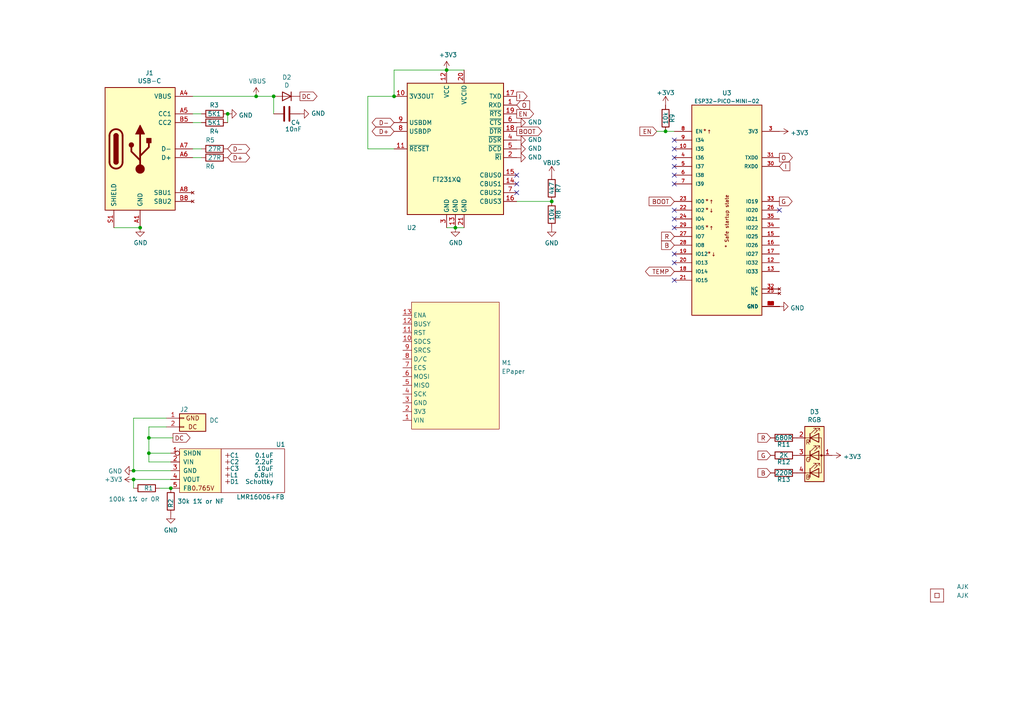
<source format=kicad_sch>
(kicad_sch (version 20211123) (generator eeschema)
  (paper "A4")
  (title_block (title "1.54\" epaper display board") (date "${DATE}") (rev "1") (company "Adrian Kennard / Andrews & Arnold Ltd") (comment 1 "@TheRealRevK") (comment 2 "www.me.uk"))
  (lib_symbols
    (symbol "Device:C" (pin_numbers hide) (pin_names (offset 0.254))
      (property "Reference" "C" (at 0.635 2.54 0))
      (property "Value" "C" (at 0.635 -2.54 0))
      (symbol "C_0_1"
        (polyline (pts (xy -2.032 -0.762) (xy 2.032 -0.762)) (stroke (width 0.508)))
        (polyline (pts (xy -2.032 0.762) (xy 2.032 0.762)) (stroke (width 0.508)))
      )
      (symbol "C_1_1"
        (pin passive line (at 0 3.81 270) (length 2.794) (name "~") (number "1"))
        (pin passive line (at 0 -3.81 90) (length 2.794) (name "~") (number "2"))
      )
    )
    (symbol "Device:D" (pin_numbers hide) (pin_names (offset 1.016) hide)
      (property "Reference" "D" (at 0 2.54 0))
      (property "Value" "D" (at 0 -2.54 0))
      (symbol "D_0_1"
        (polyline (pts (xy -1.27 1.27) (xy -1.27 -1.27)) (stroke (width 0.254)))
        (polyline (pts (xy 1.27 0) (xy -1.27 0)))
        (polyline (pts (xy 1.27 1.27) (xy 1.27 -1.27) (xy -1.27 0) (xy 1.27 1.27)) (stroke (width 0.254)))
      )
      (symbol "D_1_1"
        (pin passive line (at -3.81 0 0) (length 2.54) (name "K") (number "1"))
        (pin passive line (at 3.81 0 180) (length 2.54) (name "A") (number "2"))
      )
    )
    (symbol "Device:LED_ARGB" (pin_names (offset 0) hide)
      (property "Reference" "D" (at 0 9.398 0))
      (property "Value" "LED_ARGB" (at 0 -8.89 0))
      (symbol "LED_ARGB_0_0"
        (text "B" (at -1.905 -6.35 0) (effects (font (size 1.27 1.27))))
        (text "G" (at -1.905 -1.27 0) (effects (font (size 1.27 1.27))))
        (text "R" (at -1.905 3.81 0) (effects (font (size 1.27 1.27))))
      )
      (symbol "LED_ARGB_0_1"
        (polyline (pts (xy -1.27 -5.08) (xy -2.54 -5.08)))
        (polyline (pts (xy -1.27 -5.08) (xy 1.27 -5.08)))
        (polyline (pts (xy -1.27 -3.81) (xy -1.27 -6.35)) (stroke (width 0.254)))
        (polyline (pts (xy -1.27 0) (xy -2.54 0)))
        (polyline (pts (xy -1.27 1.27) (xy -1.27 -1.27)) (stroke (width 0.254)))
        (polyline (pts (xy -1.27 5.08) (xy -2.54 5.08)))
        (polyline (pts (xy -1.27 5.08) (xy 1.27 5.08)))
        (polyline (pts (xy -1.27 6.35) (xy -1.27 3.81)) (stroke (width 0.254)))
        (polyline (pts (xy 1.27 0) (xy -1.27 0)))
        (polyline (pts (xy 1.27 0) (xy 2.54 0)))
        (polyline (pts (xy -1.27 1.27) (xy -1.27 -1.27) (xy -1.27 -1.27)))
        (polyline (pts (xy -1.27 6.35) (xy -1.27 3.81) (xy -1.27 3.81)))
        (polyline (pts (xy 1.27 -5.08) (xy 2.032 -5.08) (xy 2.032 5.08) (xy 1.27 5.08)))
        (polyline (pts (xy 1.27 -3.81) (xy 1.27 -6.35) (xy -1.27 -5.08) (xy 1.27 -3.81)) (stroke (width 0.254)))
        (polyline (pts (xy 1.27 1.27) (xy 1.27 -1.27) (xy -1.27 0) (xy 1.27 1.27)) (stroke (width 0.254)))
        (polyline (pts (xy 1.27 6.35) (xy 1.27 3.81) (xy -1.27 5.08) (xy 1.27 6.35)) (stroke (width 0.254)))
        (polyline (pts (xy -1.016 -3.81) (xy 0.508 -2.286) (xy -0.254 -2.286) (xy 0.508 -2.286) (xy 0.508 -3.048)))
        (polyline (pts (xy -1.016 1.27) (xy 0.508 2.794) (xy -0.254 2.794) (xy 0.508 2.794) (xy 0.508 2.032)))
        (polyline (pts (xy -1.016 6.35) (xy 0.508 7.874) (xy -0.254 7.874) (xy 0.508 7.874) (xy 0.508 7.112)))
        (polyline (pts (xy 0 -3.81) (xy 1.524 -2.286) (xy 0.762 -2.286) (xy 1.524 -2.286) (xy 1.524 -3.048)))
        (polyline (pts (xy 0 1.27) (xy 1.524 2.794) (xy 0.762 2.794) (xy 1.524 2.794) (xy 1.524 2.032)))
        (polyline (pts (xy 0 6.35) (xy 1.524 7.874) (xy 0.762 7.874) (xy 1.524 7.874) (xy 1.524 7.112)))
        (rectangle (start 1.27 -1.27) (end 1.27 1.27))
        (rectangle (start 1.27 1.27) (end 1.27 1.27))
        (rectangle (start 1.27 3.81) (end 1.27 6.35))
        (rectangle (start 1.27 6.35) (end 1.27 6.35))
        (circle (center 2.032 0) (radius 0.254) (fill (type outline)))
        (rectangle (start 2.794 8.382) (end -2.794 -7.62) (stroke (width 0.254)) (fill (type background)))
      )
      (symbol "LED_ARGB_1_1"
        (pin passive line (at 5.08 0 180) (length 2.54) (name "A") (number "1"))
        (pin passive line (at -5.08 5.08 0) (length 2.54) (name "RK") (number "2"))
        (pin passive line (at -5.08 0 0) (length 2.54) (name "GK") (number "3"))
        (pin passive line (at -5.08 -5.08 0) (length 2.54) (name "BK") (number "4"))
      )
    )
    (symbol "Device:R" (pin_numbers hide) (pin_names (offset 0))
      (property "Reference" "R" (at 2.032 0 90))
      (property "Value" "R" (at 0 0 90))
      (symbol "R_0_1"
        (rectangle (start -1.016 -2.54) (end 1.016 2.54) (stroke (width 0.254)))
      )
      (symbol "R_1_1"
        (pin passive line (at 0 3.81 270) (length 1.27) (name "~") (number "1"))
        (pin passive line (at 0 -3.81 90) (length 1.27) (name "~") (number "2"))
      )
    )
    (symbol "RevK:AJK" (pin_names (offset 1.016)) (in_bom no)
      (property "Value" "AJK" (at 0 0 0))
    )
    (symbol "RevK:EPaper"
      (property "Reference" "M" (at 24.13 1.27 0))
      (property "Value" "EPaper" (at 24.13 34.29 0))
      (symbol "EPaper_0_1"
        (rectangle (start 0 36.83) (end 25.4 0) (stroke (width 0.1524)) (fill (type background)))
      )
      (symbol "EPaper_1_1"
        (pin power_in line (at -2.54 2.54 0) (length 2.54) (name "VIN") (number "1"))
        (pin input line (at -2.54 25.4 0) (length 2.54) (name "SDCS") (number "10"))
        (pin input line (at -2.54 27.94 0) (length 2.54) (name "RST") (number "11"))
        (pin output line (at -2.54 30.48 0) (length 2.54) (name "BUSY") (number "12"))
        (pin input line (at -2.54 33.02 0) (length 2.54) (name "ENA") (number "13"))
        (pin power_in line (at -2.54 5.08 0) (length 2.54) (name "3V3") (number "2"))
        (pin power_in line (at -2.54 7.62 0) (length 2.54) (name "GND") (number "3"))
        (pin input line (at -2.54 10.16 0) (length 2.54) (name "SCK") (number "4"))
        (pin output line (at -2.54 12.7 0) (length 2.54) (name "MISO") (number "5"))
        (pin input line (at -2.54 15.24 0) (length 2.54) (name "MOSI") (number "6"))
        (pin input line (at -2.54 17.78 0) (length 2.54) (name "ECS") (number "7"))
        (pin input line (at -2.54 20.32 0) (length 2.54) (name "D/C") (number "8"))
        (pin input line (at -2.54 22.86 0) (length 2.54) (name "SRCS") (number "9"))
      )
    )
    (symbol "RevK:ESP32-PICO-MINI-02" (pin_names (offset 1.016))
      (property "Reference" "U" (at -10.16 -33.02 0))
      (property "Value" "ESP32-PICO-MINI-02" (at 0 27.94 0))
      (symbol "ESP32-PICO-MINI-02_0_0"
        (rectangle (start -10.16 -30.48) (end 10.16 30.48) (stroke (width 0.254)) (fill (type background)))
        (text "* Safe startup state" (at 0 -3.175 900) (effects (font (size 1 1))))
        (text "*↑" (at -6.985 22.86 0) (effects (font (size 1.27 1.27)) (justify left)))
        (text "*↑" (at -6.35 -5.08 0) (effects (font (size 1.27 1.27)) (justify left)))
        (text "*↑" (at -6.35 2.54 0) (effects (font (size 1.27 1.27)) (justify left)))
        (text "*↓" (at -6.35 0 0) (effects (font (size 1.27 1.27)) (justify left)))
        (text "*↓" (at -5.715 -12.7 0) (effects (font (size 1.27 1.27)) (justify left)))
        (pin power_in line (at 15.24 -27.94 180) (length 5.08) (name "GND") (number "1"))
        (pin input line (at -15.24 17.78 0) (length 5.08) (name "I35") (number "10"))
        (pin power_in line (at 15.24 -27.94 180) (length 5.08) (name "GND") (number "11"))
        (pin bidirectional line (at 15.24 -15.24 180) (length 5.08) (name "IO32") (number "12"))
        (pin bidirectional line (at 15.24 -17.78 180) (length 5.08) (name "IO33") (number "13"))
        (pin power_in line (at 15.24 -27.94 180) (length 5.08) (name "GND") (number "14"))
        (pin bidirectional line (at 15.24 -7.62 180) (length 5.08) (name "IO25") (number "15"))
        (pin bidirectional line (at 15.24 -10.16 180) (length 5.08) (name "IO26") (number "16"))
        (pin bidirectional line (at 15.24 -12.7 180) (length 5.08) (name "IO27") (number "17"))
        (pin bidirectional line (at -15.24 -17.78 0) (length 5.08) (name "IO14") (number "18"))
        (pin bidirectional line (at -15.24 -12.7 0) (length 5.08) (name "IO12") (number "19"))
        (pin power_in line (at 15.24 -27.94 180) (length 5.08) (name "GND") (number "2"))
        (pin bidirectional line (at -15.24 -15.24 0) (length 5.08) (name "IO13") (number "20"))
        (pin bidirectional line (at -15.24 -20.32 0) (length 5.08) (name "IO15") (number "21"))
        (pin bidirectional line (at -15.24 0 0) (length 5.08) (name "IO2") (number "22"))
        (pin bidirectional line (at -15.24 2.54 0) (length 5.08) (name "IO0") (number "23"))
        (pin bidirectional line (at -15.24 -2.54 0) (length 5.08) (name "IO4") (number "24"))
        (pin no_connect line (at 15.24 -24.13 180) (length 5.08) (name "NC") (number "25"))
        (pin bidirectional line (at 15.24 0 180) (length 5.08) (name "IO20") (number "26"))
        (pin bidirectional line (at -15.24 -7.62 0) (length 5.08) (name "IO7") (number "27"))
        (pin bidirectional line (at -15.24 -10.16 0) (length 5.08) (name "IO8") (number "28"))
        (pin bidirectional line (at -15.24 -5.08 0) (length 5.08) (name "IO5") (number "29"))
        (pin power_in line (at 15.24 22.86 180) (length 5.08) (name "3V3") (number "3"))
        (pin bidirectional line (at 15.24 12.7 180) (length 5.08) (name "RXD0") (number "30"))
        (pin bidirectional line (at 15.24 15.24 180) (length 5.08) (name "TXD0") (number "31"))
        (pin no_connect line (at 15.24 -22.86 180) (length 5.08) (name "NC") (number "32"))
        (pin bidirectional line (at 15.24 2.54 180) (length 5.08) (name "IO19") (number "33"))
        (pin bidirectional line (at 15.24 -5.08 180) (length 5.08) (name "IO22") (number "34"))
        (pin bidirectional line (at 15.24 -2.54 180) (length 5.08) (name "IO21") (number "35"))
        (pin power_in line (at 15.24 -27.94 180) (length 5.08) (name "GND") (number "36"))
        (pin power_in line (at 15.24 -27.94 180) (length 5.08) (name "GND") (number "37"))
        (pin power_in line (at 15.24 -27.94 180) (length 5.08) (name "GND") (number "38"))
        (pin power_in line (at 15.24 -27.94 180) (length 5.08) (name "GND") (number "39"))
        (pin input line (at -15.24 15.24 0) (length 5.08) (name "I36") (number "4"))
        (pin power_in line (at 15.24 -27.94 180) (length 5.08) (name "GND") (number "40"))
        (pin power_in line (at 15.24 -27.94 180) (length 5.08) (name "GND") (number "41"))
        (pin power_in line (at 15.24 -27.94 180) (length 5.08) (name "GND") (number "42"))
        (pin power_in line (at 15.24 -27.94 180) (length 5.08) (name "GND") (number "43"))
        (pin power_in line (at 15.24 -27.94 180) (length 5.08) (name "GND") (number "44"))
        (pin power_in line (at 15.24 -27.94 180) (length 5.08) (name "GND") (number "45"))
        (pin power_in line (at 15.24 -27.94 180) (length 5.08) (name "GND") (number "46"))
        (pin power_in line (at 15.24 -27.94 180) (length 5.08) (name "GND") (number "47"))
        (pin power_in line (at 15.24 -27.94 180) (length 5.08) (name "GND") (number "48"))
        (pin power_in line (at 15.24 -27.94 180) (length 5.08) (name "GND") (number "49"))
        (pin input line (at -15.24 12.7 0) (length 5.08) (name "I37") (number "5"))
        (pin power_in line (at 15.24 -27.94 180) (length 5.08) (name "GND") (number "50"))
        (pin power_in line (at 15.24 -27.94 180) (length 5.08) (name "GND") (number "51"))
        (pin power_in line (at 15.24 -27.94 180) (length 5.08) (name "GND") (number "52"))
        (pin power_in line (at 15.24 -27.94 180) (length 5.08) (name "GND") (number "53"))
        (pin input line (at -15.24 10.16 0) (length 5.08) (name "I38") (number "6"))
        (pin input line (at -15.24 7.62 0) (length 5.08) (name "I39") (number "7"))
        (pin input line (at -15.24 22.86 0) (length 5.08) (name "EN") (number "8"))
        (pin input line (at -15.24 20.32 0) (length 5.08) (name "I34") (number "9"))
      )
    )
    (symbol "RevK:FT231XQ"
      (property "Reference" "U" (at -13.97 20.32 0))
      (property "Value" "FT231XQ" (at 6.35 20.32 0))
      (symbol "FT231XQ_0_1"
        (rectangle (start -13.97 19.05) (end 13.97 -19.05) (stroke (width 0.254)) (fill (type background)))
      )
      (symbol "FT231XQ_1_1"
        (pin input line (at 17.78 12.7 180) (length 3.81) (name "RXD") (number "1"))
        (pin passive line (at -17.78 15.24 0) (length 3.81) (name "3V3OUT") (number "10"))
        (pin input line (at -17.78 0 0) (length 3.81) (name "~{RESET}") (number "11"))
        (pin power_in line (at -2.54 22.86 270) (length 3.81) (name "VCC") (number "12"))
        (pin power_in line (at 0 -22.86 90) (length 3.81) (name "GND") (number "13"))
        (pin bidirectional line (at 17.78 -10.16 180) (length 3.81) (name "CBUS1") (number "14"))
        (pin bidirectional line (at 17.78 -7.62 180) (length 3.81) (name "CBUS0") (number "15"))
        (pin bidirectional line (at 17.78 -15.24 180) (length 3.81) (name "CBUS3") (number "16"))
        (pin output line (at 17.78 15.24 180) (length 3.81) (name "TXD") (number "17"))
        (pin output line (at 17.78 5.08 180) (length 3.81) (name "~{DTR}") (number "18"))
        (pin output line (at 17.78 10.16 180) (length 3.81) (name "~{RTS}") (number "19"))
        (pin input line (at 17.78 -2.54 180) (length 3.81) (name "~{RI}") (number "2"))
        (pin power_in line (at 2.54 22.86 270) (length 3.81) (name "VCCIO") (number "20"))
        (pin power_in line (at 2.54 -22.86 90) (length 3.81) (name "GND") (number "21"))
        (pin power_in line (at -2.54 -22.86 90) (length 3.81) (name "GND") (number "3"))
        (pin input line (at 17.78 2.54 180) (length 3.81) (name "~{DSR}") (number "4"))
        (pin input line (at 17.78 0 180) (length 3.81) (name "~{DCD}") (number "5"))
        (pin input line (at 17.78 7.62 180) (length 3.81) (name "~{CTS}") (number "6"))
        (pin bidirectional line (at 17.78 -12.7 180) (length 3.81) (name "CBUS2") (number "7"))
        (pin bidirectional line (at -17.78 5.08 0) (length 3.81) (name "USBDP") (number "8"))
        (pin bidirectional line (at -17.78 7.62 0) (length 3.81) (name "USBDM") (number "9"))
      )
    )
    (symbol "RevK:Hidden" (pin_names (offset 1.016))
      (property "Reference" "Z" (at 0.635 0 0))
      (property "Value" "Hidden" (at 4.445 0 0))
      (symbol "Hidden_0_1"
        (polyline (pts (xy -0.635 0) (xy 0.635 0)) (stroke (width 0.1524)))
        (polyline (pts (xy 0 0.635) (xy 0 -0.635)) (stroke (width 0.1524)))
      )
      (symbol "Hidden_1_1"
        (pin no_connect non_logic (at 0 -2.54 90) (length 2.54) hide (name "~") (number "~"))
      )
    )
    (symbol "RevK:LMR16006+FB" (pin_names (offset 1.016))
      (property "Reference" "U" (at 11.43 2.54 0))
      (property "Value" "LMR16006+FB" (at 7.62 -12.7 0))
      (symbol "LMR16006+FB_0_0"
        (rectangle (start 2.54 1.27) (end 14.605 -11.43) (fill (type background)))
        (text "0.765V" (at 12.7 -10.16 0) (effects (font (size 1.27 1.27)) (justify right)))
      )
      (symbol "LMR16006+FB_0_1"
        (rectangle (start 14.605 1.27) (end 33.02 -11.43))
      )
      (symbol "LMR16006+FB_1_1"
        (pin input inverted (at 0 0 0) (length 2.54) (name "SHDN") (number "1"))
        (pin power_in line (at 0 -2.54 0) (length 2.54) (name "VIN") (number "2"))
        (pin power_in line (at 0 -5.08 0) (length 2.54) (name "GND") (number "3"))
        (pin power_out line (at 0 -7.62 0) (length 2.54) (name "VOUT") (number "4"))
        (pin passive line (at 0 -10.16 0) (length 2.54) (name "FB") (number "5"))
      )
    )
    (symbol "RevK:PowerIn" (pin_names (offset 1.016) hide)
      (property "Reference" "J" (at 0 2.54 0))
      (property "Value" "PowerIn" (at 2.54 -5.08 0))
      (symbol "PowerIn_0_0"
        (text "DC" (at 2.54 -2.54 0) (effects (font (size 1.27 1.27))))
        (text "GND" (at 2.54 0 0) (effects (font (size 1.27 1.27))))
      )
      (symbol "PowerIn_1_1"
        (rectangle (start -1.27 -2.413) (end 0 -2.667) (stroke (width 0.1524)))
        (rectangle (start -1.27 0.127) (end 0 -0.127) (stroke (width 0.1524)))
        (rectangle (start -1.27 1.27) (end 6.35 -3.81) (stroke (width 0.254)) (fill (type background)))
        (pin power_in line (at -5.08 0 0) (length 3.81) (name "GND") (number "1"))
        (pin power_out line (at -5.08 -2.54 0) (length 3.81) (name "DC") (number "2"))
      )
    )
    (symbol "RevK:QR" (pin_names (offset 1.016)) (in_bom no)
      (symbol "QR_0_1"
        (rectangle (start -1.905 -1.905) (end -1.905 1.905))
        (rectangle (start -1.905 1.905) (end 1.905 1.905))
        (rectangle (start -0.635 -0.635) (end -0.635 0.635))
        (rectangle (start -0.635 0.635) (end 0.635 0.635))
        (rectangle (start 0.635 -0.635) (end -0.635 -0.635))
        (rectangle (start 0.635 0.635) (end 0.635 -0.635))
        (rectangle (start 1.905 -1.905) (end -1.905 -1.905))
        (rectangle (start 1.905 1.905) (end 1.905 -1.905))
      )
    )
    (symbol "RevK:USB-C" (pin_names (offset 1.016))
      (property "Reference" "J" (at -10.16 19.05 0))
      (property "Value" "USB-C" (at -7.62 15.24 0))
      (symbol "USB-C_0_1"
        (rectangle (start -10.16 17.78) (end 10.16 -17.78) (stroke (width 0.254)) (fill (type background)))
        (arc (start -8.89 -3.81) (mid -6.985 -5.715) (end -5.08 -3.81) (stroke (width 0.508)))
        (arc (start -7.62 -3.81) (mid -6.985 -4.445) (end -6.35 -3.81) (stroke (width 0.254)))
        (arc (start -7.62 -3.81) (mid -6.985 -4.445) (end -6.35 -3.81) (stroke (width 0.254)) (fill (type outline)))
        (rectangle (start -7.62 -3.81) (end -6.35 3.81) (stroke (width 0.254)) (fill (type outline)))
        (arc (start -6.35 3.81) (mid -6.985 4.445) (end -7.62 3.81) (stroke (width 0.254)))
        (arc (start -6.35 3.81) (mid -6.985 4.445) (end -7.62 3.81) (stroke (width 0.254)) (fill (type outline)))
        (arc (start -5.08 3.81) (mid -6.985 5.715) (end -8.89 3.81) (stroke (width 0.508)))
        (circle (center -2.54 1.143) (radius 0.635) (stroke (width 0.254)) (fill (type outline)))
        (circle (center 0 -5.842) (radius 1.27) (fill (type outline)))
        (polyline (pts (xy -8.89 -3.81) (xy -8.89 3.81)) (stroke (width 0.508)))
        (polyline (pts (xy -5.08 3.81) (xy -5.08 -3.81)) (stroke (width 0.508)))
        (polyline (pts (xy 0 -5.842) (xy 0 4.318)) (stroke (width 0.508)))
        (polyline (pts (xy 0 -3.302) (xy -2.54 -0.762) (xy -2.54 0.508)) (stroke (width 0.508)))
        (polyline (pts (xy 0 -2.032) (xy 2.54 0.508) (xy 2.54 1.778)) (stroke (width 0.508)))
        (polyline (pts (xy -1.27 4.318) (xy 0 6.858) (xy 1.27 4.318) (xy -1.27 4.318)) (stroke (width 0.254)) (fill (type outline)))
        (rectangle (start 1.905 1.778) (end 3.175 3.048) (stroke (width 0.254)) (fill (type outline)))
      )
      (symbol "USB-C_1_1"
        (pin power_out line (at 0 -22.86 90) (length 5.08) (name "GND") (number "A1"))
        (pin passive line (at 0 -22.86 90) (length 5.08) hide (name "GND") (number "A12"))
        (pin power_out line (at 15.24 15.24 180) (length 5.08) (name "VBUS") (number "A4"))
        (pin bidirectional line (at 15.24 10.16 180) (length 5.08) (name "CC1") (number "A5"))
        (pin bidirectional line (at 15.24 -2.54 180) (length 5.08) (name "D+") (number "A6"))
        (pin bidirectional line (at 15.24 0 180) (length 5.08) (name "D-") (number "A7"))
        (pin no_connect line (at 15.24 -12.7 180) (length 5.08) (name "SBU1") (number "A8"))
        (pin passive line (at 15.24 15.24 180) (length 5.08) hide (name "VBUS") (number "A9"))
        (pin passive line (at 0 -22.86 90) (length 5.08) hide (name "GND") (number "B1"))
        (pin passive line (at 0 -22.86 90) (length 5.08) hide (name "GND") (number "B12"))
        (pin passive line (at 15.24 15.24 180) (length 5.08) hide (name "VBUS") (number "B4"))
        (pin bidirectional line (at 15.24 7.62 180) (length 5.08) (name "CC2") (number "B5"))
        (pin bidirectional line (at 15.24 -2.54 180) (length 5.08) hide (name "D+") (number "B6"))
        (pin bidirectional line (at 15.24 0 180) (length 5.08) hide (name "D-") (number "B7"))
        (pin no_connect line (at 15.24 -15.24 180) (length 5.08) (name "SBU2") (number "B8"))
        (pin passive line (at 15.24 15.24 180) (length 5.08) hide (name "VBUS") (number "B9"))
        (pin passive line (at -7.62 -22.86 90) (length 5.08) (name "SHIELD") (number "S1"))
      )
    )
    (symbol "power:+3.3V" (power) (pin_names (offset 0))
      (property "Value" "+3.3V" (at 0 3.556 0))
      (symbol "+3.3V_0_1"
        (polyline (pts (xy -0.762 1.27) (xy 0 2.54)))
        (polyline (pts (xy 0 0) (xy 0 2.54)))
        (polyline (pts (xy 0 2.54) (xy 0.762 1.27)))
      )
      (symbol "+3.3V_1_1"
        (pin power_in line (at 0 0 90) (length 0) hide (name "+3V3") (number "1"))
      )
    )
    (symbol "power:+3V3" (power) (pin_names (offset 0))
      (property "Value" "+3V3" (at 0 3.556 0))
      (symbol "+3V3_0_1"
        (polyline (pts (xy -0.762 1.27) (xy 0 2.54)))
        (polyline (pts (xy 0 0) (xy 0 2.54)))
        (polyline (pts (xy 0 2.54) (xy 0.762 1.27)))
      )
      (symbol "+3V3_1_1"
        (pin power_in line (at 0 0 90) (length 0) hide (name "+3V3") (number "1"))
      )
    )
    (symbol "power:GND" (power) (pin_names (offset 0))
      (property "Value" "GND" (at 0 -3.81 0))
      (symbol "GND_0_1"
        (polyline (pts (xy 0 0) (xy 0 -1.27) (xy 1.27 -1.27) (xy 0 -2.54) (xy -1.27 -1.27) (xy 0 -1.27)))
      )
      (symbol "GND_1_1"
        (pin power_in line (at 0 0 270) (length 0) hide (name "GND") (number "1"))
      )
    )
    (symbol "power:VBUS" (power) (pin_names (offset 0))
      (property "Value" "VBUS" (at 0 3.81 0))
      (symbol "VBUS_0_1"
        (polyline (pts (xy -0.762 1.27) (xy 0 2.54)))
        (polyline (pts (xy 0 0) (xy 0 2.54)))
        (polyline (pts (xy 0 2.54) (xy 0.762 1.27)))
      )
      (symbol "VBUS_1_1"
        (pin power_in line (at 0 0 90) (length 0) hide (name "VBUS") (number "1"))
      )
    )
  )
  (junction (at 160.02 58.42))
  (junction (at 129.54 20.32))
  (junction (at 43.18 131.445))
  (junction (at 193.04 38.1))
  (junction (at 114.3 27.94))
  (junction (at 74.295 27.94))
  (junction (at 132.08 66.04))
  (junction (at 43.18 127))
  (junction (at 49.53 141.605))
  (junction (at 38.735 139.065))
  (junction (at 66.04 33.02))
  (junction (at 40.64 66.04))
  (junction (at 79.375 27.94))
  (junction (at 38.735 136.525))
  (no_connect (at 149.86 55.88))
  (no_connect (at 149.86 50.8))
  (no_connect (at 149.86 53.34))
  (no_connect (at 195.58 76.2))
  (no_connect (at 195.58 81.28))
  (no_connect (at 226.06 60.96))
  (no_connect (at 195.58 48.26))
  (no_connect (at 195.58 45.72))
  (no_connect (at 195.58 43.18))
  (no_connect (at 195.58 53.34))
  (no_connect (at 195.58 50.8))
  (no_connect (at 195.58 40.64))
  (no_connect (at 195.58 60.96))
  (no_connect (at 195.58 66.04))
  (no_connect (at 195.58 73.66))
  (no_connect (at 195.58 63.5))
  (wire (pts (xy 55.88 33.02) (xy 58.42 33.02)))
  (wire (pts (xy 55.88 27.94) (xy 74.295 27.94)))
  (wire (pts (xy 66.04 33.02) (xy 66.04 35.56)))
  (wire (pts (xy 38.735 136.525) (xy 49.53 136.525)))
  (wire (pts (xy 106.68 27.94) (xy 106.68 43.18)))
  (wire (pts (xy 79.375 27.94) (xy 79.375 33.02)))
  (wire (pts (xy 55.88 45.72) (xy 58.42 45.72)))
  (wire (pts (xy 193.04 38.1) (xy 195.58 38.1)))
  (wire (pts (xy 38.735 139.065) (xy 49.53 139.065)))
  (wire (pts (xy 43.18 127) (xy 50.165 127)))
  (wire (pts (xy 114.3 27.94) (xy 106.68 27.94)))
  (wire (pts (xy 33.02 66.04) (xy 40.64 66.04)))
  (wire (pts (xy 46.355 141.605) (xy 49.53 141.605)))
  (wire (pts (xy 106.68 43.18) (xy 114.3 43.18)))
  (wire (pts (xy 43.18 123.825) (xy 43.18 127)))
  (wire (pts (xy 48.26 123.825) (xy 43.18 123.825)))
  (wire (pts (xy 55.88 35.56) (xy 58.42 35.56)))
  (wire (pts (xy 74.295 27.94) (xy 79.375 27.94)))
  (wire (pts (xy 43.18 127) (xy 43.18 131.445)))
  (wire (pts (xy 114.3 20.32) (xy 129.54 20.32)))
  (wire (pts (xy 55.88 43.18) (xy 58.42 43.18)))
  (wire (pts (xy 114.3 27.94) (xy 114.3 20.32)))
  (wire (pts (xy 43.18 133.985) (xy 49.53 133.985)))
  (wire (pts (xy 38.735 121.285) (xy 48.26 121.285)))
  (wire (pts (xy 129.54 20.32) (xy 134.62 20.32)))
  (wire (pts (xy 43.18 131.445) (xy 49.53 131.445)))
  (wire (pts (xy 38.735 136.525) (xy 38.735 121.285)))
  (wire (pts (xy 38.735 139.065) (xy 38.735 141.605)))
  (wire (pts (xy 149.86 58.42) (xy 160.02 58.42)))
  (wire (pts (xy 129.54 66.04) (xy 132.08 66.04)))
  (wire (pts (xy 190.5 38.1) (xy 193.04 38.1)))
  (wire (pts (xy 43.18 131.445) (xy 43.18 133.985)))
  (wire (pts (xy 132.08 66.04) (xy 134.62 66.04)))
  (global_label "B" (shape input) (at 195.58 71.12 180) (property "Intersheet References" "${INTERSHEET_REFS}" (effects hide)))
  (global_label "D+" (shape bidirectional) (at 114.3 38.1 180) (property "Intersheet References" "${INTERSHEET_REFS}" (effects hide)))
  (global_label "BOOT" (shape input) (at 195.58 58.42 180) (property "Intersheet References" "${INTERSHEET_REFS}" (effects hide)))
  (global_label "I" (shape input) (at 226.06 48.26 0) (property "Intersheet References" "${INTERSHEET_REFS}" (effects hide)))
  (global_label "TEMP" (shape bidirectional) (at 195.58 78.74 180) (property "Intersheet References" "${INTERSHEET_REFS}" (effects hide)))
  (global_label "D-" (shape bidirectional) (at 66.04 43.18 0) (property "Intersheet References" "${INTERSHEET_REFS}" (effects hide)))
  (global_label "B" (shape input) (at 223.52 137.16 180) (property "Intersheet References" "${INTERSHEET_REFS}" (effects hide)))
  (global_label "EN" (shape output) (at 149.86 33.02 0) (property "Intersheet References" "${INTERSHEET_REFS}" (effects hide)))
  (global_label "G" (shape input) (at 223.52 132.08 180) (property "Intersheet References" "${INTERSHEET_REFS}" (effects hide)))
  (global_label "DC" (shape output) (at 86.995 27.94 0) (property "Intersheet References" "${INTERSHEET_REFS}" (effects hide)))
  (global_label "DC" (shape output) (at 50.165 127 0) (property "Intersheet References" "${INTERSHEET_REFS}" (effects hide)))
  (global_label "I" (shape output) (at 149.86 27.94 0) (property "Intersheet References" "${INTERSHEET_REFS}" (effects hide)))
  (global_label "BOOT" (shape output) (at 149.86 38.1 0) (property "Intersheet References" "${INTERSHEET_REFS}" (effects hide)))
  (global_label "D-" (shape bidirectional) (at 114.3 35.56 180) (property "Intersheet References" "${INTERSHEET_REFS}" (effects hide)))
  (global_label "R" (shape input) (at 195.58 68.58 180) (property "Intersheet References" "${INTERSHEET_REFS}" (effects hide)))
  (global_label "G" (shape output) (at 226.06 58.42 0) (property "Intersheet References" "${INTERSHEET_REFS}" (effects hide)))
  (global_label "EN" (shape input) (at 190.5 38.1 180) (property "Intersheet References" "${INTERSHEET_REFS}" (effects hide)))
  (global_label "R" (shape input) (at 223.52 127 180) (property "Intersheet References" "${INTERSHEET_REFS}" (effects hide)))
  (global_label "O" (shape input) (at 149.86 30.48 0) (property "Intersheet References" "${INTERSHEET_REFS}" (effects hide)))
  (global_label "D+" (shape bidirectional) (at 66.04 45.72 0) (property "Intersheet References" "${INTERSHEET_REFS}" (effects hide)))
  (global_label "O" (shape output) (at 226.06 45.72 0) (property "Intersheet References" "${INTERSHEET_REFS}" (effects hide)))
  (symbol (lib_id "RevK:USB-C") (at 40.64 43.18 0) (unit 1)
    (property "Reference" "J1" (at 43.3578 21.1582 0))
    (property "Value" "USB-C" (at 43.3578 23.4696 0))
    (property "Footprint" "RevK:USC16-TR-Round" (effects hide))
    (property "Datasheet" "https://www.usb.org/sites/default/files/documents/usb_type-c.zip" (effects hide))
  )
  (symbol (lib_id "power:GND") (at 40.64 66.04 0) (unit 1)
    (property "Reference" "#PWR03" (effects hide))
    (property "Value" "GND" (at 40.767 70.4342 0))
  )
  (symbol (lib_id "power:+3V3") (at 129.54 20.32 0) (unit 1)
    (property "Reference" "#PWR08" (effects hide))
    (property "Value" "+3V3" (at 129.921 15.9258 0))
  )
  (symbol (lib_id "Device:R") (at 62.23 35.56 90) (unit 1)
    (property "Reference" "R4" (at 63.5 38.1 90) (effects (justify left)))
    (property "Value" "5K1" (at 64.135 35.56 90) (effects (justify left)))
    (property "Footprint" "RevK:R_0603" (effects hide))
  )
  (symbol (lib_id "Device:R") (at 62.23 33.02 90) (unit 1)
    (property "Reference" "R3" (at 63.5 30.48 90) (effects (justify left)))
    (property "Value" "5K1" (at 64.135 33.02 90) (effects (justify left)))
    (property "Footprint" "RevK:R_0603" (effects hide))
  )
  (symbol (lib_id "RevK:AJK") (at 276.86 172.72 0) (unit 1) (in_bom no)
    (property "Reference" "Logo2" (effects hide))
    (property "Value" "AJK" (at 277.495 172.72 0) (effects (justify left)))
    (property "Footprint" "RevK:AJK" (effects hide))
    (property "Note" "Non part, PCB printed" (effects hide))
  )
  (symbol (lib_id "RevK:FT231XQ") (at 132.08 43.18 0) (unit 1)
    (property "Reference" "U2" (at 119.38 66.04 0))
    (property "Value" "FT231XQ" (at 129.54 52.07 0))
    (property "Footprint" "RevK:QFN-20-1EP_4x4mm_P0.5mm_EP2.5x2.5mm" (effects hide))
    (property "Datasheet" "https://www.ftdichip.com/Support/Documents/DataSheets/ICs/DS_FT231X.pdf" (effects hide))
  )
  (symbol (lib_id "power:GND") (at 149.86 35.56 90) (unit 1)
    (property "Reference" "#PWR010" (effects hide))
    (property "Value" "GND" (at 153.1112 35.433 90) (effects (justify right)))
  )
  (symbol (lib_id "power:GND") (at 149.86 40.64 90) (unit 1)
    (property "Reference" "#PWR011" (effects hide))
    (property "Value" "GND" (at 153.1112 40.513 90) (effects (justify right)))
  )
  (symbol (lib_id "power:GND") (at 149.86 43.18 90) (unit 1)
    (property "Reference" "#PWR012" (effects hide))
    (property "Value" "GND" (at 153.1112 43.053 90) (effects (justify right)))
  )
  (symbol (lib_id "power:GND") (at 149.86 45.72 90) (unit 1)
    (property "Reference" "#PWR013" (effects hide))
    (property "Value" "GND" (at 153.1112 45.593 90) (effects (justify right)))
  )
  (symbol (lib_id "power:GND") (at 132.08 66.04 0) (unit 1)
    (property "Reference" "#PWR09" (effects hide))
    (property "Value" "GND" (at 132.207 70.4342 0))
  )
  (symbol (lib_id "Device:R") (at 227.33 137.16 270) (unit 1)
    (property "Reference" "R13" (at 227.33 139.065 90))
    (property "Value" "220R" (at 227.33 137.16 90))
    (property "Footprint" "RevK:R_0603" (effects hide))
  )
  (symbol (lib_id "power:+3.3V") (at 241.3 132.08 270) (unit 1)
    (property "Reference" "#PWR022" (effects hide))
    (property "Value" "+3.3V" (at 244.5512 132.461 90) (effects (justify left)))
  )
  (symbol (lib_id "Device:LED_ARGB") (at 236.22 132.08 0) (unit 1)
    (property "Reference" "D3" (at 236.22 119.4562 0))
    (property "Value" "RGB" (at 236.22 121.7676 0))
    (property "Footprint" "RevK:LED-RGB-1.6x1.6" (effects hide))
  )
  (symbol (lib_id "Device:R") (at 227.33 127 270) (unit 1)
    (property "Reference" "R11" (at 227.33 128.905 90))
    (property "Value" "680R" (at 227.33 127 90))
    (property "Footprint" "RevK:R_0603" (effects hide))
  )
  (symbol (lib_id "Device:R") (at 227.33 132.08 270) (unit 1)
    (property "Reference" "R12" (at 227.33 133.985 90))
    (property "Value" "2K" (at 227.33 132.08 90))
    (property "Footprint" "RevK:R_0603" (effects hide))
  )
  (symbol (lib_id "RevK:Hidden") (at 66.04 132.08 0) (unit 1)
    (property "Reference" "C1" (at 66.675 132.08 0) (effects (justify left)))
    (property "Value" "0.1uF" (at 79.375 132.08 0) (effects (justify right)))
    (property "Footprint" "RevK:Hidden" (effects hide))
    (property "Note" "X7R or X5R 0603" (effects hide))
  )
  (symbol (lib_id "RevK:Hidden") (at 66.04 133.985 0) (unit 1)
    (property "Reference" "C2" (at 66.675 133.985 0) (effects (justify left)))
    (property "Value" "2.2uF" (at 79.375 133.985 0) (effects (justify right)))
    (property "Footprint" "RevK:Hidden" (effects hide))
    (property "Note" "0603 or 0805" (effects hide))
  )
  (symbol (lib_id "RevK:Hidden") (at 66.04 135.89 0) (unit 1)
    (property "Reference" "C3" (at 66.675 135.89 0) (effects (justify left)))
    (property "Value" "10uF" (at 79.375 135.89 0) (effects (justify right)))
    (property "Footprint" "RevK:Hidden" (effects hide))
    (property "Note" "0603 or 0805" (effects hide))
  )
  (symbol (lib_id "RevK:Hidden") (at 66.04 137.795 0) (unit 1)
    (property "Reference" "L1" (at 66.675 137.795 0) (effects (justify left)))
    (property "Value" "6.8uH" (at 79.375 137.795 0) (effects (justify right)))
    (property "Footprint" "RevK:Hidden" (effects hide))
    (property "Datasheet" "https://www.mouser.co.uk/datasheet/2/987/Laird_Performance_TYA4020_series__Rev_A_-1877538.pdf" (effects hide))
    (property "Manufacturer" "Laird" (effects hide))
    (property "Part No" "TYA4020" (effects hide))
  )
  (symbol (lib_id "RevK:Hidden") (at 66.04 139.7 0) (unit 1)
    (property "Reference" "D1" (at 66.675 139.7 0) (effects (justify left)))
    (property "Value" "Schottky" (at 79.375 139.7 0) (effects (justify right)))
    (property "Footprint" "RevK:Hidden" (effects hide))
    (property "Datasheet" "https://www.mouser.co.uk/datasheet/2/54/CD1206-B220_B2100-777245.pdf" (effects hide))
    (property "Manufacturer" "Bourns" (effects hide))
    (property "Part No" "CD1206-B2100" (effects hide))
  )
  (symbol (lib_id "power:GND") (at 160.02 66.04 0) (unit 1)
    (property "Reference" "#PWR015" (effects hide))
    (property "Value" "GND" (at 160.02 70.4834 0))
  )
  (symbol (lib_id "RevK:PowerIn") (at 53.34 121.285 0) (unit 1)
    (property "Reference" "J2" (at 54.61 118.745 0) (effects (justify right)))
    (property "Value" "DC" (at 63.5 121.92 0) (effects (justify right)))
    (property "Footprint" "RevK:Molex_MiniSPOX_H2RA" (effects hide))
    (property "Notes" "Not fitted" (effects hide))
  )
  (symbol (lib_id "power:GND") (at 49.53 149.225 0) (unit 1)
    (property "Reference" "#PWR04" (effects hide))
    (property "Value" "GND" (at 49.53 153.7875 0))
  )
  (symbol (lib_id "power:VBUS") (at 74.295 27.94 0) (unit 1)
    (property "Reference" "#PWR06" (effects hide))
    (property "Value" "VBUS" (at 74.676 23.5458 0))
  )
  (symbol (lib_id "power:+3.3V") (at 38.735 139.065 90) (unit 1)
    (property "Reference" "#PWR02" (effects hide))
    (property "Value" "+3.3V" (at 35.56 139.065 90) (effects (justify left)))
  )
  (symbol (lib_id "power:GND") (at 86.995 33.02 90) (unit 1)
    (property "Reference" "#PWR07" (effects hide))
    (property "Value" "GND" (at 90.2462 32.893 90) (effects (justify right)))
  )
  (symbol (lib_id "power:+3.3V") (at 193.04 30.48 0) (unit 1)
    (property "Reference" "#PWR016" (effects hide))
    (property "Value" "+3.3V" (at 193.04 26.9042 0))
  )
  (symbol (lib_id "power:GND") (at 226.06 88.9 90) (unit 1)
    (property "Reference" "#PWR021" (effects hide))
    (property "Value" "GND" (at 229.235 89.3338 90) (effects (justify right)))
  )
  (symbol (lib_id "RevK:QR") (at 271.78 172.72 0) (unit 1) (in_bom no)
    (property "Reference" "U4" (effects hide))
    (property "Value" "QR" (effects hide))
    (property "Footprint" "RevK:QR-GFX" (effects hide))
    (property "Note" "Non part, PCB printed" (effects hide))
  )
  (symbol (lib_id "power:GND") (at 66.04 33.02 90) (unit 1)
    (property "Reference" "#PWR05" (effects hide))
    (property "Value" "GND" (at 69.215 33.4538 90) (effects (justify right)))
  )
  (symbol (lib_id "RevK:EPaper") (at 119.38 124.46 0) (unit 1)
    (property "Reference" "M1" (at 145.4912 105.2103 0) (effects (justify left)))
    (property "Value" "EPaper" (at 145.4912 107.7472 0) (effects (justify left)))
    (property "Footprint" "Connector_PinHeader_2.54mm:PinHeader_1x13_P2.54mm_Vertical" (effects hide))
  )
  (symbol (lib_id "Device:R") (at 42.545 141.605 90) (unit 1)
    (property "Reference" "R1" (at 44.45 141.605 90) (effects (justify left)))
    (property "Value" "100k 1% or 0R" (at 46.355 144.78 90) (effects (justify left)))
    (property "Footprint" "RevK:R_0603" (effects hide))
  )
  (symbol (lib_id "Device:R") (at 62.23 45.72 90) (unit 1)
    (property "Reference" "R6" (at 60.96 48.26 90))
    (property "Value" "27R" (at 62.23 45.72 90))
    (property "Footprint" "RevK:R_0603" (effects hide))
  )
  (symbol (lib_id "RevK:LMR16006+FB") (at 49.53 131.445 0) (unit 1)
    (property "Reference" "U1" (at 80.01 128.905 0) (effects (justify left)))
    (property "Value" "LMR16006+FB" (at 68.58 144.145 0) (effects (justify left)))
    (property "Footprint" "RevK:RegulatorBlockFB" (effects hide))
    (property "Manufacturer" "TI" (effects hide))
    (property "Part No" "LMR16006YQ3" (effects hide))
  )
  (symbol (lib_id "Device:C") (at 83.185 33.02 270) (unit 1)
    (property "Reference" "C4" (at 85.725 35.56 90))
    (property "Value" "10nF" (at 85.09 37.465 90))
    (property "Footprint" "RevK:C_0603" (effects hide))
  )
  (symbol (lib_id "Device:R") (at 193.04 34.29 0) (unit 1)
    (property "Reference" "R9" (at 194.945 34.29 90))
    (property "Value" "10k" (at 193.04 34.29 90))
    (property "Footprint" "RevK:R_0603" (effects hide))
  )
  (symbol (lib_id "RevK:ESP32-PICO-MINI-02") (at 210.82 60.96 0) (unit 1)
    (property "Reference" "U3" (at 210.82 26.9698 0))
    (property "Value" "ESP32-PICO-MINI-02" (at 210.82 29.3539 0) (effects (font (size 1.1 1.1))))
    (property "Footprint" "RevK:ESP32-PICO-MINI-02" (effects hide))
    (property "MANUFACTURER" "Espressif" (effects hide))
    (property "MAXIMUM_PACKAGE_HEIGHT" "2.55mm" (effects hide))
    (property "PARTREV" "v1.0" (effects hide))
    (property "STANDARD" "Manufacturer Recommendations" (effects hide))
  )
  (symbol (lib_id "RevK:AJK") (at 276.86 170.18 0) (unit 1) (in_bom no)
    (property "Reference" "Logo1" (effects hide))
    (property "Value" "AJK" (at 277.495 170.18 0) (effects (justify left)))
    (property "Footprint" "RevK:AJK" (effects hide))
    (property "Note" "Non part, PCB printed" (effects hide))
  )
  (symbol (lib_id "power:GND") (at 38.735 136.525 270) (unit 1)
    (property "Reference" "#PWR01" (effects hide))
    (property "Value" "GND" (at 35.4838 136.652 90) (effects (justify right)))
  )
  (symbol (lib_id "Device:R") (at 160.02 62.23 0) (unit 1)
    (property "Reference" "R8" (at 161.925 62.23 90))
    (property "Value" "10k" (at 160.02 62.23 90))
    (property "Footprint" "RevK:R_0603" (effects hide))
  )
  (symbol (lib_id "Device:D") (at 83.185 27.94 180) (unit 1)
    (property "Reference" "D2" (at 83.185 22.4282 0))
    (property "Value" "D" (at 83.185 24.7396 0))
    (property "Footprint" "RevK:D_1206" (effects hide))
  )
  (symbol (lib_id "power:+3.3V") (at 226.06 38.1 270) (unit 1)
    (property "Reference" "#PWR020" (effects hide))
    (property "Value" "+3.3V" (at 229.235 38.5338 90) (effects (justify left)))
  )
  (symbol (lib_id "Device:R") (at 62.23 43.18 90) (unit 1)
    (property "Reference" "R5" (at 60.96 40.64 90))
    (property "Value" "27R" (at 62.23 43.18 90))
    (property "Footprint" "RevK:R_0603" (effects hide))
  )
  (symbol (lib_id "Device:R") (at 49.53 145.415 180) (unit 1)
    (property "Reference" "R2" (at 49.53 147.32 90) (effects (justify right)))
    (property "Value" "30k 1% or NF" (at 51.435 145.415 0) (effects (justify right)))
    (property "Footprint" "RevK:R_0603" (effects hide))
  )
  (symbol (lib_id "Device:R") (at 160.02 54.61 0) (unit 1)
    (property "Reference" "R7" (at 161.925 54.61 90))
    (property "Value" "4k7" (at 160.02 54.61 90))
    (property "Footprint" "RevK:R_0603" (effects hide))
  )
  (symbol (lib_id "power:VBUS") (at 160.02 50.8 0) (unit 1)
    (property "Reference" "#PWR014" (effects hide))
    (property "Value" "VBUS" (at 160.02 47.2242 0))
  )
)
</source>
